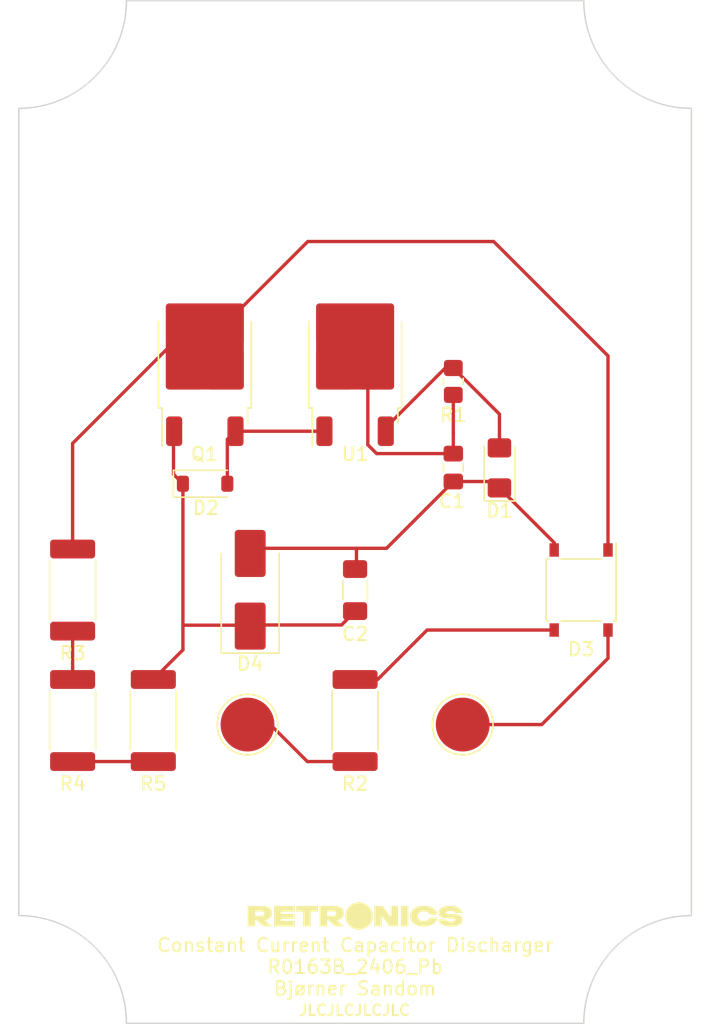
<source format=kicad_pcb>
(kicad_pcb (version 20221018) (generator pcbnew)
  (layers (0 "F.Cu" signal) (31 "B.Cu" signal) (34 "B.Paste" user) (35 "F.Paste" user) (36 "B.SilkS" user "B.Silkscreen") (37 "F.SilkS" user "F.Silkscreen") (38 "B.Mask" user) (39 "F.Mask" user) (44 "Edge.Cuts" user))
  (net 0 "")
  (net 1 "Net-(D1-K)")
  (net 2 "Net-(D1-A)")
  (net 3 "Net-(U1-OUT)")
  (net 4 "Net-(J1-Pin_1)")
  (net 5 "Net-(D2-K)")
  (net 6 "Net-(D2-A)")
  (net 7 "Net-(D3-Pad3)")
  (net 8 "Net-(D3-+)")
  (net 9 "Net-(J2-Pin_1)")
  (net 10 "Net-(R3-Pad1)")
  (net 11 "Net-(R4-Pad1)")
  (footprint "MountingHole:MountingHole_3.2mm_M3" (layer "F.Cu") (at 186.25 91)
    (fp_text reference "H8" hide)
    (fp_text value "MountingHole")
    (pad "" np_thru_hole circle (at 0 0) (size 3.2 3.2) (drill 3.2) (layers "*.Cu" "*.Mask"))
  )
  (footprint "Package_TO_SOT_SMD:TO-252-2" (layer "F.Cu") (at 153.8275 63.96 90)
    (fp_text reference "Q1" (at -6.74 -0.02928) (layer "F.SilkS"))
    (fp_text value "IPD80R1K0CEATMA1")
    (fp_line (start -3.31 -3.45) (end -3.31 -3.18) (stroke (width 0.12)) (layer "F.SilkS"))
    (fp_line (start -3.31 -3.18) (end -6.14 -3.18) (stroke (width 0.12)) (layer "F.SilkS"))
    (fp_line (start -3.31 3.18) (end -4.41 3.18) (stroke (width 0.12)) (layer "F.SilkS"))
    (fp_line (start -3.31 3.45) (end -3.31 3.18) (stroke (width 0.12)) (layer "F.SilkS"))
    (fp_line (start 3.11 -3.45) (end -3.31 -3.45) (stroke (width 0.12)) (layer "F.SilkS"))
    (fp_line (start 3.11 3.45) (end -3.31 3.45) (stroke (width 0.12)) (layer "F.SilkS"))
    (pad "1" smd roundrect (at -5.04 -2.28 90) (size 2.2 1.2) (layers "F.Cu" "F.Paste" "F.Mask") (roundrect_rratio 0.2083333333) (net 5 "Net-(D2-K)"))
    (pad "2" smd roundrect (at -0.415 -1.525 90) (size 3.05 2.75) (layers "F.Cu" "F.Paste") (roundrect_rratio 0.09090909091) (net 8 "Net-(D3-+)"))
    (pad "2" smd roundrect (at -0.415 1.525 90) (size 3.05 2.75) (layers "F.Cu" "F.Paste") (roundrect_rratio 0.09090909091) (net 8 "Net-(D3-+)"))
    (pad "2" smd roundrect (at 1.26 0 90) (size 6.4 5.8) (layers "F.Cu" "F.Mask") (roundrect_rratio 0.04310293103) (net 8 "Net-(D3-+)"))
    (pad "2" smd roundrect (at 2.935 -1.525 90) (size 3.05 2.75) (layers "F.Cu" "F.Paste") (roundrect_rratio 0.09090909091) (net 8 "Net-(D3-+)"))
    (pad "2" smd roundrect (at 2.935 1.525 90) (size 3.05 2.75) (layers "F.Cu" "F.Paste") (roundrect_rratio 0.09090909091) (net 8 "Net-(D3-+)"))
    (pad "3" smd roundrect (at -5.04 2.28 90) (size 2.2 1.2) (layers "F.Cu" "F.Paste" "F.Mask") (roundrect_rratio 0.2083333333) (net 6 "Net-(D2-A)"))
  )
  (footprint "Icons_Graphics:retronics_logo_18mm" (layer "F.Cu") (at 165 105)
    (fp_text reference "G***" hide)
    (fp_text value "LOGO" hide)
    (fp_poly (pts (xy 3.955266 0.805436) (xy 3.40872 0.805436) (xy 3.40872 -0.71914) (xy 3.955266 -0.71914)) (fill solid) (layer "F.SilkS"))
    (fp_poly (pts (xy -2.761495 -0.302039) (xy -3.293658 -0.302039) (xy -3.293658 0.805436) (xy -3.854587 0.805436) (xy -3.854587 -0.302039) (xy -4.38675 -0.302039) (xy -4.38675 -0.71914) (xy -2.761495 -0.71914)) (fill solid) (layer "F.SilkS"))
    (fp_poly (pts (xy -4.48743 -0.302416) (xy -4.98004 -0.298632) (xy -5.472651 -0.294847) (xy -5.481277 -0.129445) (xy -4.48743 -0.129445) (xy -4.48743 0.229747) (xy -4.98004 0.233531) (xy -5.472651 0.237316) (xy -5.476998 0.312825) (xy -5.481345 0.388335) (xy -4.48743 0.388335) (xy -4.48743 0.805436) (xy -6.026388 0.805436) (xy -6.026388 -0.71914) (xy -4.48743 -0.71914)) (fill solid) (layer "F.SilkS"))
    (fp_poly (pts (xy 3.192978 0.805436) (xy 2.872961 0.805087) (xy 2.552944 0.804739) (xy 2.280299 0.423734) (xy 2.214135 0.332041) (xy 2.152853 0.248582) (xy 2.098533 0.176073) (xy 2.053252 0.117232) (xy 2.019088 0.074775) (xy 1.998121 0.051418) (xy 1.992644 0.047726) (xy 1.987361 0.063863) (xy 1.98283 0.10803) (xy 1.979086 0.1795) (xy 1.976165 0.277548) (xy 1.974102 0.401446) (xy 1.973798 0.429079) (xy 1.969964 0.805436) (xy 1.423895 0.805436) (xy 1.423895 -0.71914) (xy 1.751104 -0.718799) (xy 2.078312 -0.718459) (xy 2.344394 -0.32352) (xy 2.408635 -0.22894) (xy 2.468368 -0.142469) (xy 2.521582 -0.066903) (xy 2.566267 -0.00504) (xy 2.600413 0.040323) (xy 2.622008 0.06639) (xy 2.628454 0.071666) (xy 2.63402 0.065491) (xy 2.638394 0.045108) (xy 2.641692 0.007986) (xy 2.644028 -0.048404) (xy 2.645517 -0.126594) (xy 2.646275 -0.229114) (xy 2.646432 -0.323613) (xy 2.646432 -0.71914) (xy 3.192978 -0.71914)) (fill solid) (layer "F.SilkS"))
    (fp_poly (pts (xy 0.396381 -0.986764) (xy 0.497528 -0.971676) (xy 0.562636 -0.95378) (xy 0.640126 -0.926853) (xy 0.717076 -0.89555) (xy 0.747204 -0.881701) (xy 0.813643 -0.847917) (xy 0.867514 -0.815016) (xy 0.917634 -0.776569) (xy 0.97282 -0.726144) (xy 1.007961 -0.69154) (xy 1.067562 -0.629926) (xy 1.111702 -0.578155) (xy 1.14681 -0.527411) (xy 1.179317 -0.468877) (xy 1.198121 -0.430784) (xy 1.25434 -0.297431) (xy 1.28943 -0.1717) (xy 1.30539 -0.04411) (xy 1.305202 0.077163) (xy 1.283079 0.246235) (xy 1.235265 0.405192) (xy 1.163705 0.551795) (xy 1.070343 0.683805) (xy 0.957124 0.798984) (xy 0.825993 0.895094) (xy 0.678894 0.969895) (xy 0.517771 1.02115) (xy 0.477875 1.029575) (xy 0.394573 1.041211) (xy 0.303279 1.047051) (xy 0.215925 1.04673) (xy 0.144443 1.039883) (xy 0.143827 1.039777) (xy -0.027482 0.996382) (xy -0.185131 0.928824) (xy -0.327192 0.838507) (xy -0.451737 0.726835) (xy -0.556839 0.595212) (xy -0.623335 0.48109) (xy -0.685736 0.326396) (xy -0.721165 0.16846) (xy -0.730784 0.010032) (xy -0.715754 -0.146135) (xy -0.677238 -0.297291) (xy -0.616396 -0.440685) (xy -0.534392 -0.573564) (xy -0.432388 -0.693179) (xy -0.311544 -0.796778) (xy -0.173023 -0.881609) (xy -0.021575 -0.943777) (xy 0.111868 -0.975467) (xy 0.254957 -0.989999)) (fill solid) (layer "F.SilkS"))
    (fp_poly (pts (xy -7.360391 -0.719031) (xy -7.214601 -0.718652) (xy -7.078431 -0.71761) (xy -6.95497 -0.715971) (xy -6.847304 -0.713798) (xy -6.758519 -0.711157) (xy -6.691704 -0.708113) (xy -6.649946 -0.704729) (xy -6.644848 -0.704014) (xy -6.518565 -0.671802) (xy -6.409212 -0.618883) (xy -6.318886 -0.546699) (xy -6.249684 -0.456691) (xy -6.22947 -0.418345) (xy -6.211939 -0.377559) (xy -6.200811 -0.339872) (xy -6.194687 -0.296666) (xy -6.192164 -0.239323) (xy -6.19179 -0.186636) (xy -6.192403 -0.11669) (xy -6.195374 -0.066614) (xy -6.202402 -0.027518) (xy -6.215184 0.009487) (xy -6.235419 0.053288) (xy -6.239036 0.060656) (xy -6.298871 0.153859) (xy -6.377441 0.227087) (xy -6.476398 0.281543) (xy -6.591569 0.317154) (xy -6.636989 0.328463) (xy -6.669495 0.338839) (xy -6.680519 0.344725) (xy -6.671639 0.356182) (xy -6.643701 0.3835) (xy -6.599647 0.424005) (xy -6.54242 0.475026) (xy -6.47496 0.533889) (xy -6.425941 0.576009) (xy -6.165769 0.798244) (xy -6.499907 0.802108) (xy -6.834045 0.805971) (xy -7.078935 0.571983) (xy -7.157382 0.497324) (xy -7.218255 0.440385) (xy -7.264567 0.398795) (xy -7.299331 0.370184) (xy -7.325559 0.35218) (xy -7.346265 0.342412) (xy -7.364461 0.338509) (xy -7.376268 0.337995) (xy -7.428709 0.337995) (xy -7.432661 0.571715) (xy -7.436613 0.805436) (xy -7.982447 0.805436) (xy -7.982447 0.014382) (xy -7.436843 0.014382) (xy -7.159503 0.01436) (xy -7.059696 0.013999) (xy -6.984202 0.012707) (xy -6.928572 0.010142) (xy -6.888359 0.005962) (xy -6.859117 -0.000174) (xy -6.836397 -0.008608) (xy -6.831824 -0.01081) (xy -6.786806 -0.047738) (xy -6.760221 -0.099328) (xy -6.752345 -0.15793) (xy -6.763456 -0.215893) (xy -6.79383 -0.265568) (xy -6.821768 -0.288427) (xy -6.839827 -0.298198) (xy -6.860415 -0.305321) (xy -6.887956 -0.310128) (xy -6.926872 -0.312951) (xy -6.981587 -0.314122) (xy -7.056522 -0.313973) (xy -7.148245 -0.312941) (xy -7.428709 -0.30923) (xy -7.436843 0.014382) (xy -7.982447 0.014382) (xy -7.982447 -0.71914)) (fill solid) (layer "F.SilkS"))
    (fp_poly (pts (xy -2.009995 -0.719031) (xy -1.864205 -0.718652) (xy -1.728035 -0.71761) (xy -1.604574 -0.715971) (xy -1.496907 -0.713798) (xy -1.408123 -0.711157) (xy -1.341308 -0.708113) (xy -1.299549 -0.704729) (xy -1.294451 -0.704014) (xy -1.168169 -0.671802) (xy -1.058815 -0.618883) (xy -0.968489 -0.546699) (xy -0.899288 -0.456691) (xy -0.879074 -0.418345) (xy -0.861542 -0.377559) (xy -0.850415 -0.339872) (xy -0.844291 -0.296666) (xy -0.841767 -0.239323) (xy -0.841393 -0.186636) (xy -0.842006 -0.11669) (xy -0.844978 -0.066614) (xy -0.852005 -0.027518) (xy -0.864788 0.009487) (xy -0.885023 0.053288) (xy -0.88864 0.060656) (xy -0.948474 0.153859) (xy -1.027045 0.227087) (xy -1.126002 0.281543) (xy -1.241172 0.317154) (xy -1.286593 0.328463) (xy -1.319099 0.338839) (xy -1.330123 0.344725) (xy -1.321243 0.356182) (xy -1.293305 0.3835) (xy -1.249251 0.424005) (xy -1.192023 0.475026) (xy -1.124563 0.533889) (xy -1.075544 0.576009) (xy -0.815373 0.798244) (xy -1.149511 0.802108) (xy -1.483649 0.805971) (xy -1.728539 0.571983) (xy -1.806986 0.497324) (xy -1.867859 0.440385) (xy -1.914171 0.398795) (xy -1.948934 0.370184) (xy -1.975163 0.35218) (xy -1.995869 0.342412) (xy -2.014065 0.338509) (xy -2.025871 0.337995) (xy -2.078313 0.337995) (xy -2.082265 0.571715) (xy -2.086217 0.805436) (xy -2.63205 0.805436) (xy -2.63205 0.014382) (xy -2.086447 0.014382) (xy -1.809107 0.01436) (xy -1.7093 0.013999) (xy -1.633805 0.012707) (xy -1.578175 0.010142) (xy -1.537963 0.005962) (xy -1.508721 -0.000174) (xy -1.486001 -0.008608) (xy -1.481427 -0.01081) (xy -1.43641 -0.047738) (xy -1.409824 -0.099328) (xy -1.401948 -0.15793) (xy -1.413059 -0.215893) (xy -1.443434 -0.265568) (xy -1.471371 -0.288427) (xy -1.489431 -0.298198) (xy -1.510019 -0.305321) (xy -1.53756 -0.310128) (xy -1.576476 -0.312951) (xy -1.63119 -0.314122) (xy -1.706125 -0.313973) (xy -1.797849 -0.312941) (xy -2.078313 -0.30923) (xy -2.086447 0.014382) (xy -2.63205 0.014382) (xy -2.63205 -0.71914)) (fill solid) (layer "F.SilkS"))
    (fp_poly (pts (xy 5.268274 -0.720805) (xy 5.371739 -0.711055) (xy 5.443782 -0.698824) (xy 5.596378 -0.655029) (xy 5.733297 -0.595551) (xy 5.852418 -0.522209) (xy 5.95162 -0.436823) (xy 6.028782 -0.341212) (xy 6.081785 -0.237196) (xy 6.108259 -0.128723) (xy 6.11669 -0.057531) (xy 5.828 -0.057531) (xy 5.730006 -0.057648) (xy 5.65695 -0.058251) (xy 5.605004 -0.059722) (xy 5.570341 -0.062442) (xy 5.549132 -0.066794) (xy 5.537551 -0.073158) (xy 5.53177 -0.081916) (xy 5.529881 -0.087242) (xy 5.514767 -0.116084) (xy 5.487985 -0.153286) (xy 5.476271 -0.167271) (xy 5.406635 -0.226219) (xy 5.318218 -0.26996) (xy 5.217096 -0.297759) (xy 5.109346 -0.308883) (xy 5.001045 -0.302599) (xy 4.89827 -0.278174) (xy 4.825424 -0.245818) (xy 4.753806 -0.190247) (xy 4.701546 -0.117959) (xy 4.669761 -0.034478) (xy 4.659567 0.054672) (xy 4.67208 0.143965) (xy 4.708419 0.227877) (xy 4.724795 0.252067) (xy 4.782225 0.306774) (xy 4.860097 0.348939) (xy 4.9526 0.37777) (xy 5.053922 0.392478) (xy 5.158248 0.392272) (xy 5.259768 0.37636) (xy 5.352668 0.343951) (xy 5.362999 0.338897) (xy 5.420507 0.302334) (xy 5.473028 0.255952) (xy 5.512822 0.207423) (xy 5.529881 0.173538) (xy 5.534211 0.163455) (xy 5.542451 0.155955) (xy 5.558431 0.150657) (xy 5.585978 0.147179) (xy 5.628922 0.145139) (xy 5.69109 0.144156) (xy 5.776311 0.143848) (xy 5.827868 0.143828) (xy 6.116425 0.143828) (xy 6.109362 0.206486) (xy 6.093734 0.27431) (xy 6.063443 0.352286) (xy 6.023388 0.429483) (xy 5.982013 0.490562) (xy 5.907191 0.566575) (xy 5.809642 0.637222) (xy 5.695323 0.699256) (xy 5.570196 0.74943) (xy 5.443884 0.783748) (xy 5.365682 0.796097) (xy 5.269733 0.805505) (xy 5.16505 0.811621) (xy 5.060646 0.814093) (xy 4.965533 0.812569) (xy 4.888724 0.806698) (xy 4.881345 0.80571) (xy 4.713206 0.771125) (xy 4.560767 0.717984) (xy 4.426259 0.647576) (xy 4.31191 0.561188) (xy 4.219949 0.46011) (xy 4.180987 0.400914) (xy 4.13122 0.28819) (xy 4.102556 0.16259) (xy 4.094832 0.030609) (xy 4.107882 -0.101257) (xy 4.141545 -0.226515) (xy 4.195657 -0.338669) (xy 4.199779 -0.345196) (xy 4.276612 -0.440297) (xy 4.377709 -0.526182) (xy 4.499395 -0.600485) (xy 4.637995 -0.660841) (xy 4.739127 -0.692469) (xy 4.820045 -0.708175) (xy 4.921365 -0.718933) (xy 5.035141 -0.724672) (xy 5.153426 -0.72532)) (fill solid) (layer "F.SilkS"))
    (fp_poly (pts (xy 7.230945 -0.722033) (xy 7.354879 -0.706754) (xy 7.457522 -0.687737) (xy 7.546287 -0.663146) (xy 7.628588 -0.631144) (xy 7.663413 -0.614853) (xy 7.772486 -0.54829) (xy 7.859135 -0.467067) (xy 7.921748 -0.373128) (xy 7.958713 -0.26842) (xy 7.961336 -0.255295) (xy 7.971264 -0.201359) (xy 7.405277 -0.201359) (xy 7.370302 -0.242925) (xy 7.320652 -0.285344) (xy 7.251975 -0.315509) (xy 7.161267 -0.334448) (xy 7.082134 -0.341629) (xy 6.981857 -0.342618) (xy 6.904014 -0.332441) (xy 6.844152 -0.310157) (xy 6.806653 -0.283377) (xy 6.778837 -0.242457) (xy 6.776172 -0.198685) (xy 6.798288 -0.159741) (xy 6.81319 -0.147755) (xy 6.828411 -0.139798) (xy 6.849451 -0.133413) (xy 6.879841 -0.128309) (xy 6.923112 -0.124188) (xy 6.982796 -0.120759) (xy 7.062423 -0.117725) (xy 7.165525 -0.114793) (xy 7.226695 -0.11328) (xy 7.344603 -0.110214) (xy 7.437913 -0.107086) (xy 7.510791 -0.10355) (xy 7.567404 -0.099257) (xy 7.611917 -0.093858) (xy 7.648497 -0.087005) (xy 7.68131 -0.078351) (xy 7.69479 -0.074154) (xy 7.789567 -0.033538) (xy 7.862556 0.021831) (xy 7.918697 0.096078) (xy 7.934721 0.126143) (xy 7.956286 0.174792) (xy 7.96839 0.218214) (xy 7.973405 0.268381) (xy 7.973888 0.323612) (xy 7.968398 0.410971) (xy 7.954497 0.477174) (xy 7.948457 0.49293) (xy 7.906479 0.562329) (xy 7.846533 0.629893) (xy 7.778133 0.68529) (xy 7.762175 0.695241) (xy 7.664518 0.740197) (xy 7.543949 0.77537) (xy 7.404796 0.800222) (xy 7.251388 0.814218) (xy 7.088053 0.816819) (xy 6.919118 0.80749) (xy 6.884725 0.804112) (xy 6.728667 0.778744) (xy 6.587074 0.737823) (xy 6.463547 0.682765) (xy 6.361683 0.614986) (xy 6.328222 0.585035) (xy 6.277556 0.525169) (xy 6.236095 0.456887) (xy 6.208434 0.389111) (xy 6.199121 0.334399) (xy 6.19898 0.287655) (xy 6.747383 0.287655) (xy 6.782609 0.329519) (xy 6.831616 0.369759) (xy 6.902836 0.399339) (xy 6.998079 0.418831) (xy 7.094145 0.427618) (xy 7.206625 0.428876) (xy 7.293285 0.418662) (xy 7.354804 0.396695) (xy 7.39186 0.362697) (xy 7.405131 0.316388) (xy 7.40455 0.299788) (xy 7.395173 0.263102) (xy 7.370235 0.238074) (xy 7.349603 0.226551) (xy 7.327978 0.217654) (xy 7.300889 0.211082) (xy 7.263947 0.206504) (xy 7.212763 0.203587) (xy 7.142948 0.202) (xy 7.050113 0.201412) (xy 7.016244 0.201381) (xy 6.857422 0.199599) (xy 6.724161 0.193858) (xy 6.61345 0.183524) (xy 6.522276 0.167964) (xy 6.447628 0.146545) (xy 6.386494 0.118633) (xy 6.335862 0.083596) (xy 6.301965 0.051174) (xy 6.244563 -0.031314) (xy 6.210995 -0.125143) (xy 6.201485 -0.225217) (xy 6.216259 -0.326437) (xy 6.255545 -0.423709) (xy 6.279205 -0.461865) (xy 6.344186 -0.532317) (xy 6.433269 -0.593627) (xy 6.542984 -0.644846) (xy 6.669859 -0.685024) (xy 6.810423 -0.713213) (xy 6.961205 -0.728464) (xy 7.118733 -0.729828)) (fill solid) (layer "F.SilkS"))
  )
  (footprint "MountingHole:MountingHole_3.2mm_M3" (layer "F.Cu") (at 150 100)
    (fp_text reference "H7" hide)
    (fp_text value "MountingHole")
    (pad "" np_thru_hole circle (at 0 0) (size 3.2 3.2) (drill 3.2) (layers "*.Cu" "*.Mask"))
  )
  (footprint "MountingHole:MountingHole_3.2mm_M3" (layer "F.Cu") (at 180 50)
    (fp_text reference "H3" hide)
    (fp_text value "MountingHole")
    (pad "" np_thru_hole circle (at 0 0) (size 3.2 3.2) (drill 3.2) (layers "*.Cu" "*.Mask"))
  )
  (footprint "MountingHole:MountingHole_3.2mm_M3" (layer "F.Cu") (at 157 100)
    (fp_text reference "H2" hide)
    (fp_text value "MountingHole")
    (pad "" np_thru_hole circle (at 0 0) (size 3.2 3.2) (drill 3.2) (layers "*.Cu" "*.Mask"))
  )
  (footprint "Resistor_SMD:R_2512_6332Metric_Pad1.40x3.35mm_HandSolder" (layer "F.Cu") (at 150 90.5 -90)
    (fp_text reference "R5" (at 4.7 0 -180) (layer "F.SilkS"))
    (fp_text value "100kΩ 1W")
    (fp_line (start -2.177064 -1.71) (end 2.177064 -1.71) (stroke (width 0.12)) (layer "F.SilkS"))
    (fp_line (start -2.177064 1.71) (end 2.177064 1.71) (stroke (width 0.12)) (layer "F.SilkS"))
    (pad "1" smd roundrect (at -3.05 0 270) (size 1.4 3.35) (layers "F.Cu" "F.Paste" "F.Mask") (roundrect_rratio 0.1785707143) (net 5 "Net-(D2-K)"))
    (pad "2" smd roundrect (at 3.05 0 270) (size 1.4 3.35) (layers "F.Cu" "F.Paste" "F.Mask") (roundrect_rratio 0.1785707143) (net 11 "Net-(R4-Pad1)"))
  )
  (footprint "MountingHole:MountingHole_3.2mm_M3" (layer "F.Cu") (at 180 100)
    (fp_text reference "H5" hide)
    (fp_text value "MountingHole")
    (pad "" np_thru_hole circle (at 0 0) (size 3.2 3.2) (drill 3.2) (layers "*.Cu" "*.Mask"))
  )
  (footprint "Package_TO_SOT_SMD:TO-252-2" (layer "F.Cu") (at 165 63.96 90)
    (fp_text reference "U1" (at -6.74 0) (layer "F.SilkS"))
    (fp_text value "LR8K4-G")
    (fp_line (start -3.31 -3.45) (end -3.31 -3.18) (stroke (width 0.12)) (layer "F.SilkS"))
    (fp_line (start -3.31 -3.18) (end -6.14 -3.18) (stroke (width 0.12)) (layer "F.SilkS"))
    (fp_line (start -3.31 3.18) (end -4.41 3.18) (stroke (width 0.12)) (layer "F.SilkS"))
    (fp_line (start -3.31 3.45) (end -3.31 3.18) (stroke (width 0.12)) (layer "F.SilkS"))
    (fp_line (start 3.11 -3.45) (end -3.31 -3.45) (stroke (width 0.12)) (layer "F.SilkS"))
    (fp_line (start 3.11 3.45) (end -3.31 3.45) (stroke (width 0.12)) (layer "F.SilkS"))
    (pad "1" smd roundrect (at -5.04 -2.28 90) (size 2.2 1.2) (layers "F.Cu" "F.Paste" "F.Mask") (roundrect_rratio 0.2083333333) (net 6 "Net-(D2-A)"))
    (pad "2" smd roundrect (at -0.415 -1.525 90) (size 3.05 2.75) (layers "F.Cu" "F.Paste") (roundrect_rratio 0.09090909091) (net 3 "Net-(U1-OUT)"))
    (pad "2" smd roundrect (at -0.415 1.525 90) (size 3.05 2.75) (layers "F.Cu" "F.Paste") (roundrect_rratio 0.09090909091) (net 3 "Net-(U1-OUT)"))
    (pad "2" smd roundrect (at 1.26 0 90) (size 6.4 5.8) (layers "F.Cu" "F.Mask") (roundrect_rratio 0.04310293103) (net 3 "Net-(U1-OUT)"))
    (pad "2" smd roundrect (at 2.935 -1.525 90) (size 3.05 2.75) (layers "F.Cu" "F.Paste") (roundrect_rratio 0.09090909091) (net 3 "Net-(U1-OUT)"))
    (pad "2" smd roundrect (at 2.935 1.525 90) (size 3.05 2.75) (layers "F.Cu" "F.Paste") (roundrect_rratio 0.09090909091) (net 3 "Net-(U1-OUT)"))
    (pad "3" smd roundrect (at -5.04 2.28 90) (size 2.2 1.2) (layers "F.Cu" "F.Paste" "F.Mask") (roundrect_rratio 0.2083333333) (net 2 "Net-(D1-A)"))
  )
  (footprint "MountingHole:MountingHole_3.2mm_M3" (layer "F.Cu") (at 143.75 60.05)
    (fp_text reference "H6" hide)
    (fp_text value "MountingHole")
    (pad "" np_thru_hole circle (at 0 0) (size 3.2 3.2) (drill 3.2) (layers "*.Cu" "*.Mask"))
  )
  (footprint "Resistor_SMD:R_0805_2012Metric_Pad1.20x1.40mm_HandSolder" (layer "F.Cu") (at 172.3 65.3 90)
    (fp_text reference "R1" (at -2.5 0) (layer "F.SilkS"))
    (fp_text value "120Ω")
    (fp_line (start -0.227064 -0.735) (end 0.227064 -0.735) (stroke (width 0.12)) (layer "F.SilkS"))
    (fp_line (start -0.227064 0.735) (end 0.227064 0.735) (stroke (width 0.12)) (layer "F.SilkS"))
    (pad "1" smd roundrect (at -1 0 90) (size 1.2 1.4) (layers "F.Cu" "F.Paste" "F.Mask") (roundrect_rratio 0.2083333333) (net 3 "Net-(U1-OUT)"))
    (pad "2" smd roundrect (at 1 0 90) (size 1.2 1.4) (layers "F.Cu" "F.Paste" "F.Mask") (roundrect_rratio 0.2083333333) (net 2 "Net-(D1-A)"))
  )
  (footprint "Diode_SMD:D_SMB_Handsoldering" (layer "F.Cu") (at 157.2 80.7825 90)
    (fp_text reference "D4" (at -5.5 0) (layer "F.SilkS"))
    (fp_text value "200V 3W")
    (fp_line (start -4.71 -2.15) (end -4.71 2.15) (stroke (width 0.12)) (layer "F.SilkS"))
    (fp_line (start -4.71 -2.15) (end 2.7 -2.15) (stroke (width 0.12)) (layer "F.SilkS"))
    (fp_line (start -4.71 2.15) (end 2.7 2.15) (stroke (width 0.12)) (layer "F.SilkS"))
    (pad "1" smd roundrect (at -2.7 0 90) (size 3.5 2.3) (layers "F.Cu" "F.Paste" "F.Mask") (roundrect_rratio 0.1086956522) (net 5 "Net-(D2-K)"))
    (pad "2" smd roundrect (at 2.7 0 90) (size 3.5 2.3) (layers "F.Cu" "F.Paste" "F.Mask") (roundrect_rratio 0.1086956522) (net 1 "Net-(D1-K)"))
  )
  (footprint "Resistor_SMD:R_2512_6332Metric_Pad1.40x3.35mm_HandSolder" (layer "F.Cu") (at 165 90.5 90)
    (fp_text reference "R2" (at -4.7 0) (layer "F.SilkS"))
    (fp_text value "1kΩ 1W")
    (fp_line (start -2.177064 -1.71) (end 2.177064 -1.71) (stroke (width 0.12)) (layer "F.SilkS"))
    (fp_line (start -2.177064 1.71) (end 2.177064 1.71) (stroke (width 0.12)) (layer "F.SilkS"))
    (pad "1" smd roundrect (at -3.05 0 90) (size 1.4 3.35) (layers "F.Cu" "F.Paste" "F.Mask") (roundrect_rratio 0.1785707143) (net 9 "Net-(J2-Pin_1)"))
    (pad "2" smd roundrect (at 3.05 0 90) (size 1.4 3.35) (layers "F.Cu" "F.Paste" "F.Mask") (roundrect_rratio 0.1785707143) (net 7 "Net-(D3-Pad3)"))
  )
  (footprint "Diode_SMD:Diode_Bridge_Diotec_ABS" (layer "F.Cu") (at 181.8 80.8 -90)
    (fp_text reference "D3" (at 4.4 0 -180) (layer "F.SilkS"))
    (fp_text value "ABS10")
    (fp_line (start -2.3 1.5) (end -2.3 -1.5) (stroke (width 0.12)) (layer "F.SilkS"))
    (fp_line (start -2.3 2.6) (end -2.3 2.4) (stroke (width 0.12)) (layer "F.SilkS"))
    (fp_line (start 2.3 -2.6) (end -3.5 -2.6) (stroke (width 0.12)) (layer "F.SilkS"))
    (fp_line (start 2.3 -2.4) (end 2.3 -2.6) (stroke (width 0.12)) (layer "F.SilkS"))
    (fp_line (start 2.3 -1.5) (end 2.3 1.5) (stroke (width 0.12)) (layer "F.SilkS"))
    (fp_line (start 2.3 2.4) (end 2.3 2.6) (stroke (width 0.12)) (layer "F.SilkS"))
    (fp_line (start 2.3 2.6) (end -2.3 2.6) (stroke (width 0.12)) (layer "F.SilkS"))
    (pad "1" smd rect (at -2.975 -2 270) (size 1 0.7) (layers "F.Cu" "F.Paste" "F.Mask") (net 8 "Net-(D3-+)"))
    (pad "2" smd rect (at -2.975 2 270) (size 1 0.7) (layers "F.Cu" "F.Paste" "F.Mask") (net 1 "Net-(D1-K)"))
    (pad "3" smd rect (at 2.975 2 270) (size 1 0.7) (layers "F.Cu" "F.Paste" "F.Mask") (net 7 "Net-(D3-Pad3)"))
    (pad "4" smd rect (at 2.975 -2 270) (size 1 0.7) (layers "F.Cu" "F.Paste" "F.Mask") (net 4 "Net-(J1-Pin_1)"))
  )
  (footprint "MountingHole:MountingHole_3.2mm_M3" (layer "F.Cu") (at 173 100)
    (fp_text reference "H4" hide)
    (fp_text value "MountingHole")
    (pad "" np_thru_hole circle (at 0 0) (size 3.2 3.2) (drill 3.2) (layers "*.Cu" "*.Mask"))
  )
  (footprint "Resistor_SMD:R_2512_6332Metric_Pad1.40x3.35mm_HandSolder" (layer "F.Cu") (at 144 90.5 90)
    (fp_text reference "R4" (at -4.7 0 180) (layer "F.SilkS"))
    (fp_text value "100kΩ 1W")
    (fp_line (start -2.177064 -1.71) (end 2.177064 -1.71) (stroke (width 0.12)) (layer "F.SilkS"))
    (fp_line (start -2.177064 1.71) (end 2.177064 1.71) (stroke (width 0.12)) (layer "F.SilkS"))
    (pad "1" smd roundrect (at -3.05 0 90) (size 1.4 3.35) (layers "F.Cu" "F.Paste" "F.Mask") (roundrect_rratio 0.1785707143) (net 11 "Net-(R4-Pad1)"))
    (pad "2" smd roundrect (at 3.05 0 90) (size 1.4 3.35) (layers "F.Cu" "F.Paste" "F.Mask") (roundrect_rratio 0.1785707143) (net 10 "Net-(R3-Pad1)"))
  )
  (footprint "Capacitor_SMD:C_0805_2012Metric_Pad1.18x1.45mm_HandSolder" (layer "F.Cu") (at 172.3 71.7 -90)
    (fp_text reference "C1" (at 2.5 0.1) (layer "F.SilkS"))
    (fp_text value "1µF")
    (fp_line (start -0.261252 -0.735) (end 0.261252 -0.735) (stroke (width 0.12)) (layer "F.SilkS"))
    (fp_line (start -0.261252 0.735) (end 0.261252 0.735) (stroke (width 0.12)) (layer "F.SilkS"))
    (pad "1" smd roundrect (at -1.0375 0 270) (size 1.175 1.45) (layers "F.Cu" "F.Paste" "F.Mask") (roundrect_rratio 0.2127659574) (net 3 "Net-(U1-OUT)"))
    (pad "2" smd roundrect (at 1.0375 0 270) (size 1.175 1.45) (layers "F.Cu" "F.Paste" "F.Mask") (roundrect_rratio 0.2127659574) (net 1 "Net-(D1-K)"))
  )
  (footprint "Diode_SMD:D_SOD-123" (layer "F.Cu") (at 153.85 72.9)
    (fp_text reference "D2" (at 0.05 1.8) (layer "F.SilkS"))
    (fp_text value "10V 0.5W")
    (fp_line (start -2.36 -1) (end -2.36 1) (stroke (width 0.12)) (layer "F.SilkS"))
    (fp_line (start -2.36 -1) (end 1.65 -1) (stroke (width 0.12)) (layer "F.SilkS"))
    (fp_line (start -2.36 1) (end 1.65 1) (stroke (width 0.12)) (layer "F.SilkS"))
    (pad "1" smd roundrect (at -1.65 0) (size 0.9 1.2) (layers "F.Cu" "F.Paste" "F.Mask") (net 5 "Net-(D2-K)"))
    (pad "2" smd roundrect (at 1.65 0) (size 0.9 1.2) (layers "F.Cu" "F.Paste" "F.Mask") (net 6 "Net-(D2-A)"))
  )
  (footprint "TestPoint:TestPoint_Pad_D4.0mm" (layer "F.Cu") (at 173 90.8)
    (fp_text reference "J1" hide)
    (fp_text value "Input 1")
    (fp_circle (center 0 0) (end 0 2.25) (stroke (width 0.12)) (fill none) (layer "F.SilkS"))
    (pad "1" smd circle (at 0 0) (size 4 4) (layers "F.Cu" "F.Mask") (net 4 "Net-(J1-Pin_1)"))
  )
  (footprint "MountingHole:MountingHole_3.2mm_M3" (layer "F.Cu") (at 150 50)
    (fp_text reference "H1" hide)
    (fp_text value "MountingHole")
    (pad "" np_thru_hole circle (at 0 0) (size 3.2 3.2) (drill 3.2) (layers "*.Cu" "*.Mask"))
  )
  (footprint "TestPoint:TestPoint_Pad_D4.0mm" (layer "F.Cu") (at 157 90.8)
    (fp_text reference "J2" hide)
    (fp_text value "Input 2")
    (fp_circle (center 0 0) (end 0 2.25) (stroke (width 0.12)) (fill none) (layer "F.SilkS"))
    (pad "1" smd circle (at 0 0) (size 4 4) (layers "F.Cu" "F.Mask") (net 9 "Net-(J2-Pin_1)"))
  )
  (footprint "LED_SMD:LED_1206_3216Metric_Pad1.42x1.75mm_HandSolder" (layer "F.Cu") (at 175.72928 71.725 90)
    (fp_text reference "D1" (at -3.175 0 180) (layer "F.SilkS"))
    (fp_text value "~")
    (fp_line (start -2.46 -1.135) (end -2.46 1.135) (stroke (width 0.12)) (layer "F.SilkS"))
    (fp_line (start -2.46 1.135) (end 1.6 1.135) (stroke (width 0.12)) (layer "F.SilkS"))
    (fp_line (start 1.6 -1.135) (end -2.46 -1.135) (stroke (width 0.12)) (layer "F.SilkS"))
    (pad "1" smd roundrect locked (at -1.4875 0 90) (size 1.425 1.75) (layers "F.Cu" "F.Paste" "F.Mask") (roundrect_rratio 0.1754392982) (net 1 "Net-(D1-K)"))
    (pad "2" smd roundrect locked (at 1.4875 0 90) (size 1.425 1.75) (layers "F.Cu" "F.Paste" "F.Mask") (roundrect_rratio 0.1754392982) (net 2 "Net-(D1-A)"))
  )
  (footprint "Resistor_SMD:R_2512_6332Metric_Pad1.40x3.35mm_HandSolder" (layer "F.Cu") (at 144 80.805 90)
    (fp_text reference "R3" (at -4.7 0) (layer "F.SilkS"))
    (fp_text value "100kΩ 1W")
    (fp_line (start -2.177064 -1.71) (end 2.177064 -1.71) (stroke (width 0.12)) (layer "F.SilkS"))
    (fp_line (start -2.177064 1.71) (end 2.177064 1.71) (stroke (width 0.12)) (layer "F.SilkS"))
    (pad "1" smd roundrect (at -3.05 0 90) (size 1.4 3.35) (layers "F.Cu" "F.Paste" "F.Mask") (roundrect_rratio 0.1785707143) (net 10 "Net-(R3-Pad1)"))
    (pad "2" smd roundrect (at 3.05 0 90) (size 1.4 3.35) (layers "F.Cu" "F.Paste" "F.Mask") (roundrect_rratio 0.1785707143) (net 8 "Net-(D3-+)"))
  )
  (footprint "Capacitor_SMD:C_1206_3216Metric_Pad1.33x1.80mm_HandSolder" (layer "F.Cu") (at 165 80.805 90)
    (fp_text reference "C2" (at -3.2625 0 180) (layer "F.SilkS"))
    (fp_text value "100nF 250V")
    (fp_line (start -0.711252 -0.91) (end 0.711252 -0.91) (stroke (width 0.12)) (layer "F.SilkS"))
    (fp_line (start -0.711252 0.91) (end 0.711252 0.91) (stroke (width 0.12)) (layer "F.SilkS"))
    (pad "1" smd roundrect (at -1.5625 0 90) (size 1.325 1.8) (layers "F.Cu" "F.Paste" "F.Mask") (roundrect_rratio 0.1886792453) (net 5 "Net-(D2-K)"))
    (pad "2" smd roundrect (at 1.5625 0 90) (size 1.325 1.8) (layers "F.Cu" "F.Paste" "F.Mask") (roundrect_rratio 0.1886792453) (net 1 "Net-(D1-K)"))
  )
  (gr_line (start 190 45) (end 190 105) (stroke (width 0.1)) (layer "Edge.Cuts"))
  (gr_arc (start 140 105) (mid 145.656854 107.343146) (end 148 113) (stroke (width 0.1)) (layer "Edge.Cuts"))
  (gr_arc (start 148 37) (mid 145.656854 42.656854) (end 140 45) (stroke (width 0.1)) (layer "Edge.Cuts"))
  (gr_line (start 148 37) (end 182 37) (stroke (width 0.1)) (layer "Edge.Cuts"))
  (gr_line (start 140 105) (end 140 45) (stroke (width 0.1)) (layer "Edge.Cuts"))
  (gr_arc (start 182 113) (mid 184.343146 107.343146) (end 190 105) (stroke (width 0.1)) (layer "Edge.Cuts"))
  (gr_line (start 182 113) (end 148 113) (stroke (width 0.1)) (layer "Edge.Cuts"))
  (gr_arc (start 190 45) (mid 184.343146 42.656854) (end 182 37) (stroke (width 0.1)) (layer "Edge.Cuts"))
  (gr_text "JLCJLCJLCJLC" (at 160.740714 112.5) (layer "F.SilkS") (effects (font (size 0.8 0.8)) (justify left bottom)))
  (gr_text "Constant Current Capacitor Discharger\nR0163B_2406_Pb\nBjørner Sandom\n" (at 165 111) (layer "F.SilkS") (effects (font (size 1 1)) (justify bottom)))
  (segment (start 167.3375 77.7) (end 165.1 77.7) (width 0.25) (layer "F.Cu") (net 1))
  (segment (start 175.25428 72.7375) (end 175.72928 73.2125) (width 0.25) (layer "F.Cu") (net 1))
  (segment (start 179.8 77.28322) (end 179.8 77.825) (width 0.25) (layer "F.Cu") (net 1))
  (segment (start 165.1 77.7) (end 157.6075 77.7) (width 0.25) (layer "F.Cu") (net 1))
  (segment (start 157.6075 77.7) (end 157.2 78.1075) (width 0.25) (layer "F.Cu") (net 1))
  (segment (start 165.1 79.105) (end 165 79.105) (width 0.25) (layer "F.Cu") (net 1))
  (segment (start 172.3 72.7375) (end 175.25428 72.7375) (width 0.25) (layer "F.Cu") (net 1))
  (segment (start 172.3 72.7375) (end 167.3375 77.7) (width 0.25) (layer "F.Cu") (net 1))
  (segment (start 175.72928 73.2125) (end 179.8 77.28322) (width 0.25) (layer "F.Cu") (net 1))
  (segment (start 165.1 77.7) (end 165.1 79.105) (width 0.25) (layer "F.Cu") (net 1))
  (segment (start 175.72928 70.2375) (end 175.72928 67.72928) (width 0.25) (layer "F.Cu") (net 2))
  (segment (start 167 69) (end 171.7 64.3) (width 0.25) (layer "F.Cu") (net 2))
  (segment (start 171.7 64.3) (end 172.3 64.3) (width 0.25) (layer "F.Cu") (net 2))
  (segment (start 175.72928 67.72928) (end 172.3 64.3) (width 0.25) (layer "F.Cu") (net 2))
  (segment (start 166.6 70.6625) (end 172.3 70.6625) (width 0.25) (layer "F.Cu") (net 3))
  (segment (start 165.945 63.925) (end 165.945 70.0075) (width 0.25) (layer "F.Cu") (net 3))
  (segment (start 164.72 62.7) (end 165.945 63.925) (width 0.25) (layer "F.Cu") (net 3))
  (segment (start 172.3 69.1) (end 172.3 66.3) (width 0.25) (layer "F.Cu") (net 3))
  (segment (start 172.3 70.6625) (end 172.3 69.1) (width 0.25) (layer "F.Cu") (net 3))
  (segment (start 165.945 70.0075) (end 166.6 70.6625) (width 0.25) (layer "F.Cu") (net 3))
  (segment (start 178.875 90.8) (end 183.8 85.875) (width 0.25) (layer "F.Cu") (net 4))
  (segment (start 173 90.8) (end 178.875 90.8) (width 0.25) (layer "F.Cu") (net 4))
  (segment (start 183.8 85.875) (end 183.8 83.775) (width 0.25) (layer "F.Cu") (net 4))
  (segment (start 152.2 72.9) (end 151.5 72.2) (width 0.25) (layer "F.Cu") (net 5))
  (segment (start 152.2 83.4) (end 152.2 85.25) (width 0.25) (layer "F.Cu") (net 5))
  (segment (start 151.5 72.2) (end 151.5 69.0725) (width 0.25) (layer "F.Cu") (net 5))
  (segment (start 152.2 85.25) (end 150 87.45) (width 0.25) (layer "F.Cu") (net 5))
  (segment (start 152.2 72.9) (end 152.2 83.4) (width 0.25) (layer "F.Cu") (net 5))
  (segment (start 157.2 83.415) (end 152.215 83.415) (width 0.25) (layer "F.Cu") (net 5))
  (segment (start 163.9925 83.4) (end 157.3075 83.4) (width 0.25) (layer "F.Cu") (net 5))
  (segment (start 151.5 69.0725) (end 151.5475 69.025) (width 0.25) (layer "F.Cu") (net 5))
  (segment (start 165 82.3925) (end 163.9925 83.4) (width 0.25) (layer "F.Cu") (net 5))
  (segment (start 152.215 83.415) (end 152.2 83.4) (width 0.25) (layer "F.Cu") (net 5))
  (segment (start 157.3075 83.4) (end 157.2 83.5075) (width 0.25) (layer "F.Cu") (net 5))
  (segment (start 155.5 72.9) (end 155.5 69.6075) (width 0.25) (layer "F.Cu") (net 6))
  (segment (start 156.1075 69) (end 162.44 69) (width 0.25) (layer "F.Cu") (net 6))
  (segment (start 155.5 69.6075) (end 156.1075 69) (width 0.25) (layer "F.Cu") (net 6))
  (segment (start 166.674999 87.45) (end 170.349999 83.775) (width 0.25) (layer "F.Cu") (net 7))
  (segment (start 165 87.45) (end 166.674999 87.45) (width 0.25) (layer "F.Cu") (net 7))
  (segment (start 170.349999 83.775) (end 179.8 83.775) (width 0.25) (layer "F.Cu") (net 7))
  (segment (start 175.3 54.9) (end 183.8 63.4) (width 0.25) (layer "F.Cu") (net 8))
  (segment (start 183.8 63.4) (end 183.8 77.825) (width 0.25) (layer "F.Cu") (net 8))
  (segment (start 161.4775 54.9) (end 175.3 54.9) (width 0.25) (layer "F.Cu") (net 8))
  (segment (start 155.3525 61.025) (end 161.4775 54.9) (width 0.25) (layer "F.Cu") (net 8))
  (segment (start 144 69.9025) (end 152.3025 61.6) (width 0.25) (layer "F.Cu") (net 8))
  (segment (start 144 77.755) (end 144 69.9025) (width 0.25) (layer "F.Cu") (net 8))
  (segment (start 157 90.8) (end 158.7 90.8) (width 0.25) (layer "F.Cu") (net 9))
  (segment (start 158.7 90.8) (end 161.45 93.55) (width 0.25) (layer "F.Cu") (net 9))
  (segment (start 161.45 93.55) (end 165 93.55) (width 0.25) (layer "F.Cu") (net 9))
  (segment (start 144 83.855) (end 144 87.45) (width 0.25) (layer "F.Cu") (net 10))
  (segment (start 144.15 93.55) (end 144.1 93.6) (width 0.25) (layer "F.Cu") (net 11))
  (segment (start 150 93.55) (end 144.15 93.55) (width 0.25) (layer "F.Cu") (net 11))
)
</source>
